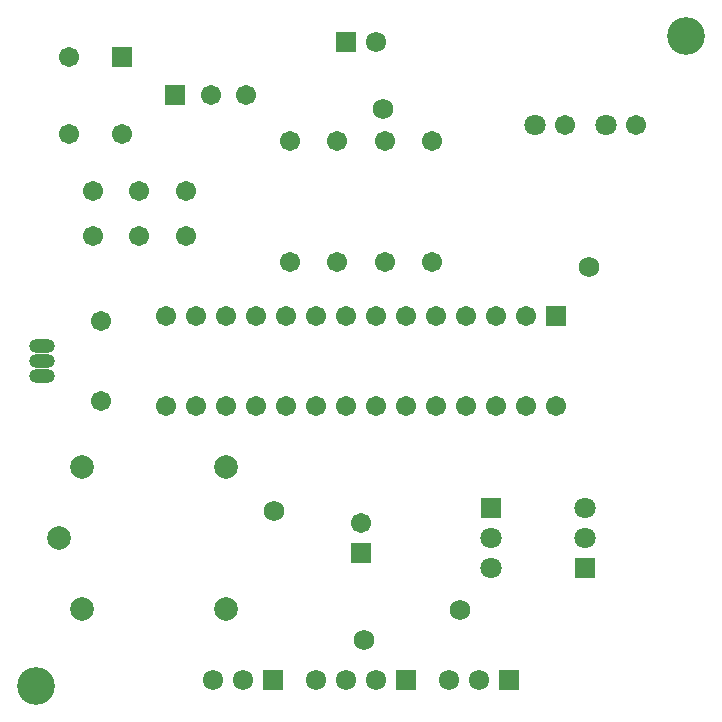
<source format=gts>
G04 Layer_Color=8388736*
%FSLAX25Y25*%
%MOIN*%
G70*
G01*
G75*
%ADD28R,0.07099X0.07099*%
%ADD29C,0.07099*%
%ADD30C,0.06706*%
%ADD31R,0.06706X0.06706*%
%ADD32R,0.06706X0.06706*%
%ADD33O,0.08674X0.04737*%
%ADD34O,0.08674X0.04737*%
%ADD35C,0.07887*%
%ADD36C,0.07099*%
%ADD37C,0.12611*%
%ADD38C,0.06784*%
%ADD39R,0.06784X0.06784*%
%ADD40C,0.06800*%
D28*
X192913Y49055D02*
D03*
X161417Y69055D02*
D03*
D29*
X192913Y59055D02*
D03*
Y69055D02*
D03*
X161417Y59055D02*
D03*
Y49055D02*
D03*
D30*
X118110Y63976D02*
D03*
X173110Y133110D02*
D03*
X163110D02*
D03*
X153110D02*
D03*
X143110D02*
D03*
X133110D02*
D03*
X123110D02*
D03*
X113110D02*
D03*
X103110D02*
D03*
X93110D02*
D03*
X83110D02*
D03*
X73110D02*
D03*
X63110D02*
D03*
X53110D02*
D03*
Y103110D02*
D03*
X63110D02*
D03*
X73110D02*
D03*
X83110D02*
D03*
X93110D02*
D03*
X103110D02*
D03*
X113110D02*
D03*
X123110D02*
D03*
X133110D02*
D03*
X143110D02*
D03*
X153110D02*
D03*
X163110D02*
D03*
X173110D02*
D03*
X183110D02*
D03*
X79921Y206693D02*
D03*
X68110D02*
D03*
X186102Y196850D02*
D03*
X209724D02*
D03*
X28740Y174803D02*
D03*
Y159843D02*
D03*
X44094D02*
D03*
Y174803D02*
D03*
X59842D02*
D03*
Y159843D02*
D03*
X94488Y151181D02*
D03*
Y191339D02*
D03*
X110236Y151181D02*
D03*
Y191339D02*
D03*
X141732Y151181D02*
D03*
Y191339D02*
D03*
X125984Y151181D02*
D03*
Y191339D02*
D03*
X20669Y219488D02*
D03*
Y193898D02*
D03*
X38386D02*
D03*
X31496Y131398D02*
D03*
Y104823D02*
D03*
D31*
X118110Y54134D02*
D03*
X38386Y219488D02*
D03*
D32*
X183110Y133110D02*
D03*
X56299Y206693D02*
D03*
D33*
X11811Y123110D02*
D03*
Y113110D02*
D03*
D34*
Y118110D02*
D03*
D35*
X17323Y59055D02*
D03*
X25197Y35433D02*
D03*
Y82677D02*
D03*
X73228Y35433D02*
D03*
Y82677D02*
D03*
D36*
X176102Y196850D02*
D03*
X199724D02*
D03*
D37*
X9843Y9843D02*
D03*
X226378Y226378D02*
D03*
D38*
X123110Y224410D02*
D03*
X103110Y11811D02*
D03*
X113110D02*
D03*
X123110D02*
D03*
X78740D02*
D03*
X68740D02*
D03*
X157480D02*
D03*
X147480D02*
D03*
D39*
X113110Y224410D02*
D03*
X133110Y11811D02*
D03*
X88740D02*
D03*
X167480D02*
D03*
D40*
X125600Y202100D02*
D03*
X194100Y149500D02*
D03*
X119000Y25000D02*
D03*
X89000Y68000D02*
D03*
X151000Y35000D02*
D03*
M02*

</source>
